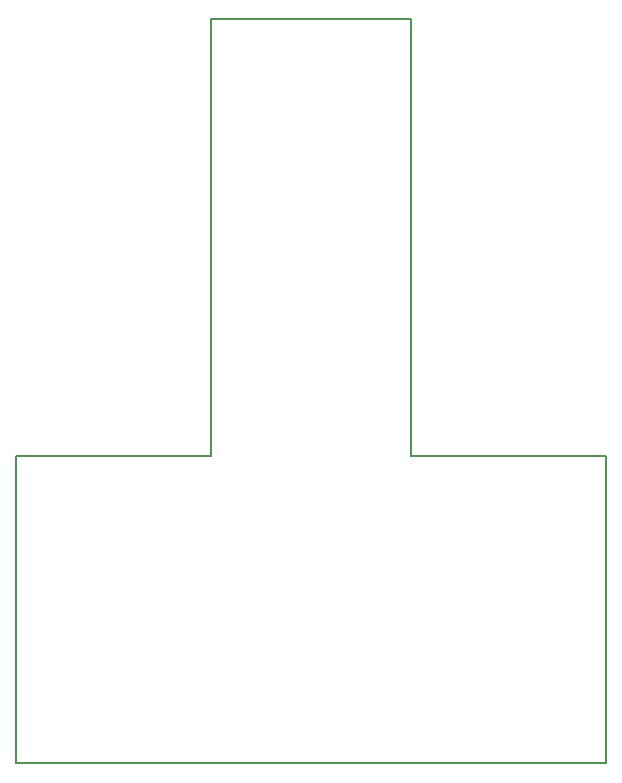
<source format=gbr>
G04 DipTrace 3.0.0.1*
G04 BoardOutline.gbr*
%MOIN*%
G04 #@! TF.FileFunction,Profile*
G04 #@! TF.Part,Single*
%ADD11C,0.005984*%
%FSLAX26Y26*%
G04*
G70*
G90*
G75*
G01*
G04 BoardOutline*
%LPD*%
X393701Y393701D2*
D11*
X2362205D1*
Y1417323D1*
X1712598D1*
Y2874016D1*
X1043307D1*
Y1417323D1*
X393701D1*
Y393701D1*
M02*

</source>
